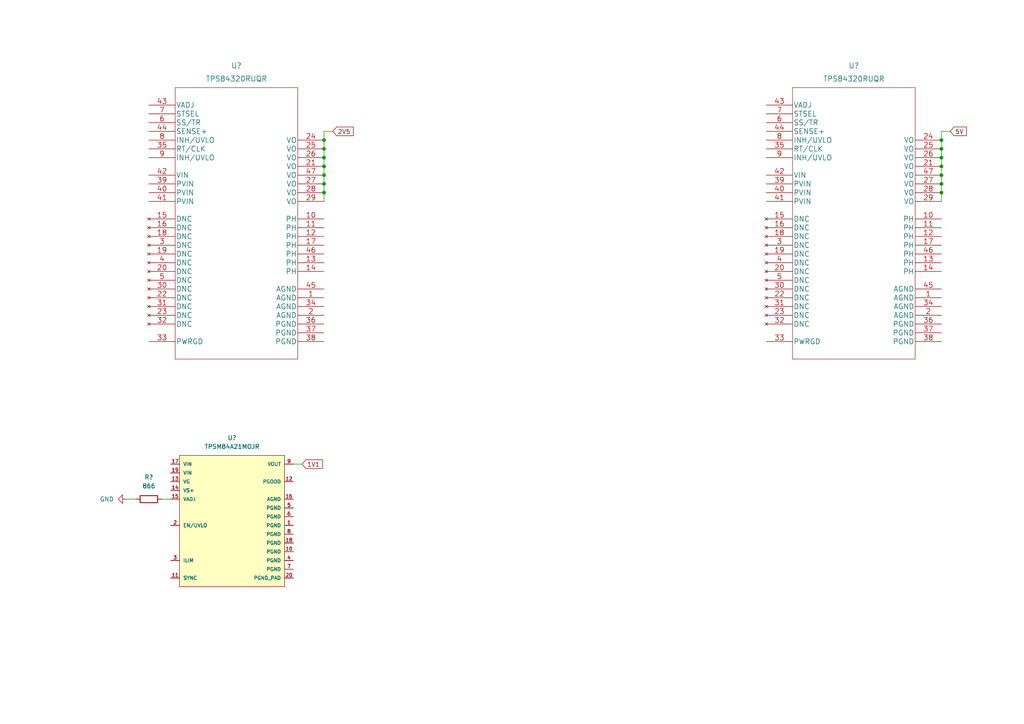
<source format=kicad_sch>
(kicad_sch (version 20211123) (generator eeschema)
  (paper "A4")
  (lib_symbols
    (symbol "Buck (build-in caps):TPSM84A21MOJR" (pin_names (offset 1.016))
      (property "Reference" "U" (at 0 5.08 0))
      (property "Value" "TPSM84A21MOJR" (at 0 7.62 0))
      (symbol "TPSM84A21MOJR_1_1"
        (rectangle (start 5.08 2.54) (end 35.56 -35.56) (fill (type background)))
        (pin power_in line (at 38.1 -17.78 180) (length 2.54) (name "PGND") (number "1"))
        (pin power_in line (at 38.1 -25.4 180) (length 2.54) (name "PGND") (number "10"))
        (pin input line (at 2.54 -33.02 0) (length 2.54) (name "SYNC") (number "11"))
        (pin open_collector line (at 38.1 -5.08 180) (length 2.54) (name "PGOOD") (number "12"))
        (pin power_in line (at 2.54 -5.08 0) (length 2.54) (name "VG") (number "13"))
        (pin power_in line (at 2.54 -7.62 0) (length 2.54) (name "VS+") (number "14"))
        (pin passive line (at 2.54 -10.16 0) (length 2.54) (name "VADJ") (number "15"))
        (pin power_in line (at 38.1 -10.16 180) (length 2.54) (name "AGND") (number "16"))
        (pin power_in line (at 2.54 0 0) (length 2.54) (name "VIN") (number "17"))
        (pin power_in line (at 38.1 -22.86 180) (length 2.54) (name "PGND") (number "18"))
        (pin power_in line (at 2.54 -2.54 0) (length 2.54) (name "VIN") (number "19"))
        (pin input line (at 2.54 -17.78 0) (length 2.54) (name "EN/UVLO") (number "2"))
        (pin passive line (at 38.1 -33.02 180) (length 2.54) (name "PGND_PAD") (number "20"))
        (pin input line (at 2.54 -27.94 0) (length 2.54) (name "ILIM") (number "3"))
        (pin power_in line (at 38.1 -27.94 180) (length 2.54) (name "PGND") (number "4"))
        (pin power_in line (at 38.1 -12.7 180) (length 2.54) (name "PGND") (number "5"))
        (pin power_in line (at 38.1 -15.24 180) (length 2.54) (name "PGND") (number "6"))
        (pin power_in line (at 38.1 -30.48 180) (length 2.54) (name "PGND") (number "7"))
        (pin power_in line (at 38.1 -20.32 180) (length 2.54) (name "PGND") (number "8"))
        (pin passive line (at 38.1 0 180) (length 2.54) (name "VOUT") (number "9"))
      )
    )
    (symbol "Buck converter:TPS84320RUQR" (pin_names (offset 0.254))
      (property "Reference" "U" (at 25.4 10.16 0))
      (property "Value" "TPS84320RUQR" (at 25.4 7.62 0))
      (symbol "TPS84320RUQR_1_1"
        (polyline (pts (xy 7.62 -73.66) (xy 43.18 -73.66)) (stroke (width 0.127)))
        (polyline (pts (xy 7.62 5.08) (xy 7.62 -73.66)) (stroke (width 0.127)))
        (polyline (pts (xy 43.18 -73.66) (xy 43.18 5.08)) (stroke (width 0.127)))
        (polyline (pts (xy 43.18 5.08) (xy 7.62 5.08)) (stroke (width 0.127)))
        (pin power_in line (at 50.8 -55.88 180) (length 7.62) (name "AGND") (number "1"))
        (pin unspecified line (at 50.8 -33.02 180) (length 7.62) (name "PH") (number "10"))
        (pin unspecified line (at 50.8 -35.56 180) (length 7.62) (name "PH") (number "11"))
        (pin unspecified line (at 50.8 -38.1 180) (length 7.62) (name "PH") (number "12"))
        (pin unspecified line (at 50.8 -45.72 180) (length 7.62) (name "PH") (number "13"))
        (pin unspecified line (at 50.8 -48.26 180) (length 7.62) (name "PH") (number "14"))
        (pin no_connect line (at 0 -33.02 0) (length 7.62) (name "DNC") (number "15"))
        (pin no_connect line (at 0 -35.56 0) (length 7.62) (name "DNC") (number "16"))
        (pin unspecified line (at 50.8 -40.64 180) (length 7.62) (name "PH") (number "17"))
        (pin no_connect line (at 0 -38.1 0) (length 7.62) (name "DNC") (number "18"))
        (pin no_connect line (at 0 -43.18 0) (length 7.62) (name "DNC") (number "19"))
        (pin power_in line (at 50.8 -60.96 180) (length 7.62) (name "AGND") (number "2"))
        (pin no_connect line (at 0 -48.26 0) (length 7.62) (name "DNC") (number "20"))
        (pin output line (at 50.8 -17.78 180) (length 7.62) (name "VO") (number "21"))
        (pin no_connect line (at 0 -55.88 0) (length 7.62) (name "DNC") (number "22"))
        (pin no_connect line (at 0 -60.96 0) (length 7.62) (name "DNC") (number "23"))
        (pin output line (at 50.8 -10.16 180) (length 7.62) (name "VO") (number "24"))
        (pin output line (at 50.8 -12.7 180) (length 7.62) (name "VO") (number "25"))
        (pin output line (at 50.8 -15.24 180) (length 7.62) (name "VO") (number "26"))
        (pin output line (at 50.8 -22.86 180) (length 7.62) (name "VO") (number "27"))
        (pin output line (at 50.8 -25.4 180) (length 7.62) (name "VO") (number "28"))
        (pin output line (at 50.8 -27.94 180) (length 7.62) (name "VO") (number "29"))
        (pin no_connect line (at 0 -40.64 0) (length 7.62) (name "DNC") (number "3"))
        (pin no_connect line (at 0 -53.34 0) (length 7.62) (name "DNC") (number "30"))
        (pin no_connect line (at 0 -58.42 0) (length 7.62) (name "DNC") (number "31"))
        (pin no_connect line (at 0 -63.5 0) (length 7.62) (name "DNC") (number "32"))
        (pin power_in line (at 0 -68.58 0) (length 7.62) (name "PWRGD") (number "33"))
        (pin power_in line (at 50.8 -58.42 180) (length 7.62) (name "AGND") (number "34"))
        (pin unspecified line (at 0 -12.7 0) (length 7.62) (name "RT/CLK") (number "35"))
        (pin power_in line (at 50.8 -63.5 180) (length 7.62) (name "PGND") (number "36"))
        (pin power_in line (at 50.8 -66.04 180) (length 7.62) (name "PGND") (number "37"))
        (pin power_in line (at 50.8 -68.58 180) (length 7.62) (name "PGND") (number "38"))
        (pin input line (at 0 -22.86 0) (length 7.62) (name "PVIN") (number "39"))
        (pin no_connect line (at 0 -45.72 0) (length 7.62) (name "DNC") (number "4"))
        (pin input line (at 0 -25.4 0) (length 7.62) (name "PVIN") (number "40"))
        (pin input line (at 0 -27.94 0) (length 7.62) (name "PVIN") (number "41"))
        (pin input line (at 0 -20.32 0) (length 7.62) (name "VIN") (number "42"))
        (pin unspecified line (at 0 0 0) (length 7.62) (name "VADJ") (number "43"))
        (pin unspecified line (at 0 -7.62 0) (length 7.62) (name "SENSE+") (number "44"))
        (pin power_in line (at 50.8 -53.34 180) (length 7.62) (name "AGND") (number "45"))
        (pin unspecified line (at 50.8 -43.18 180) (length 7.62) (name "PH") (number "46"))
        (pin output line (at 50.8 -20.32 180) (length 7.62) (name "VO") (number "47"))
        (pin no_connect line (at 0 -50.8 0) (length 7.62) (name "DNC") (number "5"))
        (pin unspecified line (at 0 -5.08 0) (length 7.62) (name "SS/TR") (number "6"))
        (pin unspecified line (at 0 -2.54 0) (length 7.62) (name "STSEL") (number "7"))
        (pin unspecified line (at 0 -10.16 0) (length 7.62) (name "INH/UVLO") (number "8"))
        (pin unspecified line (at 0 -15.24 0) (length 7.62) (name "INH/UVLO") (number "9"))
      )
    )
    (symbol "Device:R" (pin_numbers hide) (pin_names (offset 0))
      (property "Reference" "R" (at 2.032 0 90))
      (property "Value" "R" (at 0 0 90))
      (symbol "R_0_1"
        (rectangle (start -1.016 -2.54) (end 1.016 2.54) (stroke (width 0.254)))
      )
      (symbol "R_1_1"
        (pin passive line (at 0 3.81 270) (length 1.27) (name "~") (number "1"))
        (pin passive line (at 0 -3.81 90) (length 1.27) (name "~") (number "2"))
      )
    )
    (symbol "power:GND" (power) (pin_names (offset 0))
      (property "Value" "GND" (at 0 -3.81 0))
      (symbol "GND_0_1"
        (polyline (pts (xy 0 0) (xy 0 -1.27) (xy 1.27 -1.27) (xy 0 -2.54) (xy -1.27 -1.27) (xy 0 -1.27)))
      )
      (symbol "GND_1_1"
        (pin power_in line (at 0 0 270) (length 0) hide (name "GND") (number "1"))
      )
    )
  )
  (junction (at 93.98 55.88))
  (junction (at 93.98 43.18))
  (junction (at 273.05 43.18))
  (junction (at 93.98 50.8))
  (junction (at 273.05 55.88))
  (junction (at 273.05 48.26))
  (junction (at 93.98 45.72))
  (junction (at 93.98 48.26))
  (junction (at 273.05 40.64))
  (junction (at 273.05 53.34))
  (junction (at 273.05 45.72))
  (junction (at 93.98 53.34))
  (junction (at 273.05 50.8))
  (junction (at 93.98 40.64))
  (wire (pts (xy 273.05 45.72) (xy 273.05 48.26)))
  (wire (pts (xy 93.98 48.26) (xy 93.98 50.8)))
  (wire (pts (xy 273.05 50.8) (xy 273.05 53.34)))
  (wire (pts (xy 46.99 144.78) (xy 49.53 144.78)))
  (wire (pts (xy 273.05 38.1) (xy 275.59 38.1)))
  (wire (pts (xy 273.05 43.18) (xy 273.05 45.72)))
  (wire (pts (xy 36.83 144.78) (xy 39.37 144.78)))
  (wire (pts (xy 93.98 50.8) (xy 93.98 53.34)))
  (wire (pts (xy 273.05 53.34) (xy 273.05 55.88)))
  (wire (pts (xy 273.05 38.1) (xy 273.05 40.64)))
  (wire (pts (xy 93.98 43.18) (xy 93.98 45.72)))
  (wire (pts (xy 93.98 38.1) (xy 96.52 38.1)))
  (wire (pts (xy 85.09 134.62) (xy 87.63 134.62)))
  (wire (pts (xy 93.98 45.72) (xy 93.98 48.26)))
  (wire (pts (xy 93.98 53.34) (xy 93.98 55.88)))
  (wire (pts (xy 273.05 40.64) (xy 273.05 43.18)))
  (wire (pts (xy 93.98 40.64) (xy 93.98 43.18)))
  (wire (pts (xy 93.98 38.1) (xy 93.98 40.64)))
  (wire (pts (xy 273.05 48.26) (xy 273.05 50.8)))
  (wire (pts (xy 273.05 55.88) (xy 273.05 58.42)))
  (wire (pts (xy 93.98 55.88) (xy 93.98 58.42)))
  (global_label "5V" (shape input) (at 275.59 38.1 0) (property "Intersheet References" "${INTERSHEET_REFS}" (effects hide)))
  (global_label "2V5" (shape input) (at 96.52 38.1 0) (property "Intersheet References" "${INTERSHEET_REFS}" (effects hide)))
  (global_label "1V1" (shape input) (at 87.63 134.62 0) (property "Intersheet References" "${INTERSHEET_REFS}" (effects hide)))
  (symbol (lib_id "power:GND") (at 36.83 144.78 270)
    (property "Reference" "#PWR?" (effects hide))
    (property "Value" "GND" (at 33.02 144.7799 90) (effects (justify right)))
  )
  (symbol (lib_id "Buck (build-in caps):TPSM84A21MOJR") (at 46.99 134.62 0)
    (property "Reference" "U?" (at 67.31 127 0))
    (property "Value" "TPSM84A21MOJR" (at 67.31 129.54 0))
    (property "Footprint" "Texas_Instruments-MOJ0020A-0-0-*" (effects hide))
    (property "Datasheet" "https://www.ti.com/lit/ds/symlink/tpsm84a21.pdf?ts=1616475331887&ref_url=https%253A%252F%252Fwww.ti.com%252Fproduct%252FTPSM84A21%253FkeyMatch%253DTPSM84A21MOJR%2526tisearch%253Dsearch-everything%2526usecase%253DOPN" (effects hide))
    (property "ambient temperature range high" "+85°C" (effects hide))
    (property "ambient temperature range low" "-40°C" (effects hide))
    (property "automotive" "No" (effects hide))
    (property "category" "IC" (effects hide))
    (property "device class L1" "Integrated Circuits (ICs)" (effects hide))
    (property "device class L2" "Power Management ICs" (effects hide))
    (property "device class L3" "Voltage Regulators - Switching" (effects hide))
    (property "digikey description" "DC DC CONVERTER 0.55-1.35V" (effects hide))
    (property "digikey part number" "296-48785-1-ND" (effects hide))
    (property "height" "2.3mm" (effects hide))
    (property "ipc land pattern name" "CAPAD1016W80L630D240" (effects hide))
    (property "lead free" "Yes" (effects hide))
    (property "library id" "cebd5fe4464742bf" (effects hide))
    (property "manufacturer" "Texas Instruments" (effects hide))
    (property "max duty cycle" "80%" (effects hide))
    (property "max junction temp" "+125°C" (effects hide))
    (property "max supply voltage" "14V" (effects hide))
    (property "min supply voltage" "8V" (effects hide))
    (property "mouser description" "8V to 14V, 0.508V to 1.35V Output, 10A Power Module with Integrated Input and Output Capacitors 20-QFM -40 to 85" (effects hide))
    (property "mouser part number" "595-TPSM84A21MOJR" (effects hide))
    (property "nominal supply current" "8mA" (effects hide))
    (property "number of outputs" "1" (effects hide))
    (property "output current" "10A" (effects hide))
    (property "output type" "AdjustableProgrammable" (effects hide))
    (property "output voltage" "0.55-1.35V" (effects hide))
    (property "package" "QFM20" (effects hide))
    (property "rohs" "Yes" (effects hide))
    (property "switching frequency" "4MHz" (effects hide))
    (property "temperature range high" "+85°C" (effects hide))
    (property "temperature range low" "-40°C" (effects hide))
  )
  (symbol (lib_id "Buck converter:TPS84320RUQR") (at 222.25 30.48 0)
    (property "Reference" "U?" (at 247.65 19.05 0) (effects (font (size 1.524 1.524))))
    (property "Value" "TPS84320RUQR" (at 247.65 22.86 0) (effects (font (size 1.524 1.524))))
    (property "Footprint" "RUQ_47" (effects hide))
  )
  (symbol (lib_id "Buck converter:TPS84320RUQR") (at 43.18 30.48 0)
    (property "Reference" "U?" (at 68.58 19.05 0) (effects (font (size 1.524 1.524))))
    (property "Value" "TPS84320RUQR" (at 68.58 22.86 0) (effects (font (size 1.524 1.524))))
    (property "Footprint" "RUQ_47" (effects hide))
  )
  (symbol (lib_id "Device:R") (at 43.18 144.78 90)
    (property "Reference" "R?" (at 43.18 138.43 90))
    (property "Value" "866" (at 43.18 140.97 90))
  )
)
</source>
